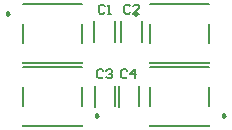
<source format=gto>
G04*
G04 #@! TF.GenerationSoftware,Altium Limited,Altium Designer,22.2.1 (43)*
G04*
G04 Layer_Color=65535*
%FSLAX25Y25*%
%MOIN*%
G70*
G04*
G04 #@! TF.SameCoordinates,84257AD4-3E44-4DFC-A38E-5C661E0BE4F9*
G04*
G04*
G04 #@! TF.FilePolarity,Positive*
G04*
G01*
G75*
%ADD10C,0.00984*%
%ADD11C,0.00787*%
%ADD12C,0.00600*%
D10*
X83256Y5504D02*
X82518Y5930D01*
Y5078D01*
X83256Y5504D01*
X40756D02*
X40018Y5930D01*
Y5078D01*
X40756Y5504D01*
X53728Y39496D02*
X52990Y39922D01*
Y39070D01*
X53728Y39496D01*
X11228D02*
X10490Y39922D01*
Y39070D01*
X11228Y39496D01*
D11*
X48642Y30034D02*
Y36924D01*
X55346Y30055D02*
Y36945D01*
X39642Y30034D02*
Y36924D01*
X46346Y30055D02*
Y36945D01*
X54358Y8576D02*
Y15466D01*
X47654Y8555D02*
Y15445D01*
X46358Y8576D02*
Y15466D01*
X39654Y8555D02*
Y15445D01*
X58157Y2157D02*
X77843D01*
X58157Y21843D02*
X77843D01*
Y21646D02*
Y21843D01*
X58157Y21646D02*
Y21843D01*
Y2157D02*
Y2354D01*
X77843Y2157D02*
Y2354D01*
Y8850D02*
Y15150D01*
X58157Y8850D02*
Y15150D01*
X15657Y2157D02*
X35343D01*
X15657Y21843D02*
X35343D01*
Y21646D02*
Y21843D01*
X15657Y21646D02*
Y21843D01*
Y2157D02*
Y2354D01*
X35343Y2157D02*
Y2354D01*
Y8850D02*
Y15150D01*
X15657Y8850D02*
Y15150D01*
X58157Y42843D02*
X77843D01*
X58157Y23157D02*
X77843D01*
X58157D02*
Y23354D01*
X77843Y23157D02*
Y23354D01*
Y42646D02*
Y42843D01*
X58157Y42646D02*
Y42843D01*
Y29850D02*
Y36150D01*
X77843Y29850D02*
Y36150D01*
X15657Y42843D02*
X35343D01*
X15657Y23157D02*
X35343D01*
X15657D02*
Y23354D01*
X35343Y23157D02*
Y23354D01*
Y42646D02*
Y42843D01*
X15657Y42646D02*
Y42843D01*
Y29850D02*
Y36150D01*
X35343Y29850D02*
Y36150D01*
D12*
X50500Y20500D02*
X50000Y21000D01*
X49001D01*
X48501Y20500D01*
Y18500D01*
X49001Y18000D01*
X50000D01*
X50500Y18500D01*
X52999Y18000D02*
Y21000D01*
X51500Y19500D01*
X53499D01*
X42500Y20500D02*
X42000Y21000D01*
X41001D01*
X40501Y20500D01*
Y18500D01*
X41001Y18000D01*
X42000D01*
X42500Y18500D01*
X43500Y20500D02*
X44000Y21000D01*
X44999D01*
X45499Y20500D01*
Y20000D01*
X44999Y19500D01*
X44499D01*
X44999D01*
X45499Y19000D01*
Y18500D01*
X44999Y18000D01*
X44000D01*
X43500Y18500D01*
X51500Y42000D02*
X51000Y42500D01*
X50001D01*
X49501Y42000D01*
Y40000D01*
X50001Y39500D01*
X51000D01*
X51500Y40000D01*
X54499Y39500D02*
X52500D01*
X54499Y41500D01*
Y42000D01*
X53999Y42500D01*
X53000D01*
X52500Y42000D01*
X43000Y41988D02*
X42500Y42488D01*
X41500D01*
X41001Y41988D01*
Y39988D01*
X41500Y39489D01*
X42500D01*
X43000Y39988D01*
X44000Y39489D02*
X44999D01*
X44499D01*
Y42488D01*
X44000Y41988D01*
M02*

</source>
